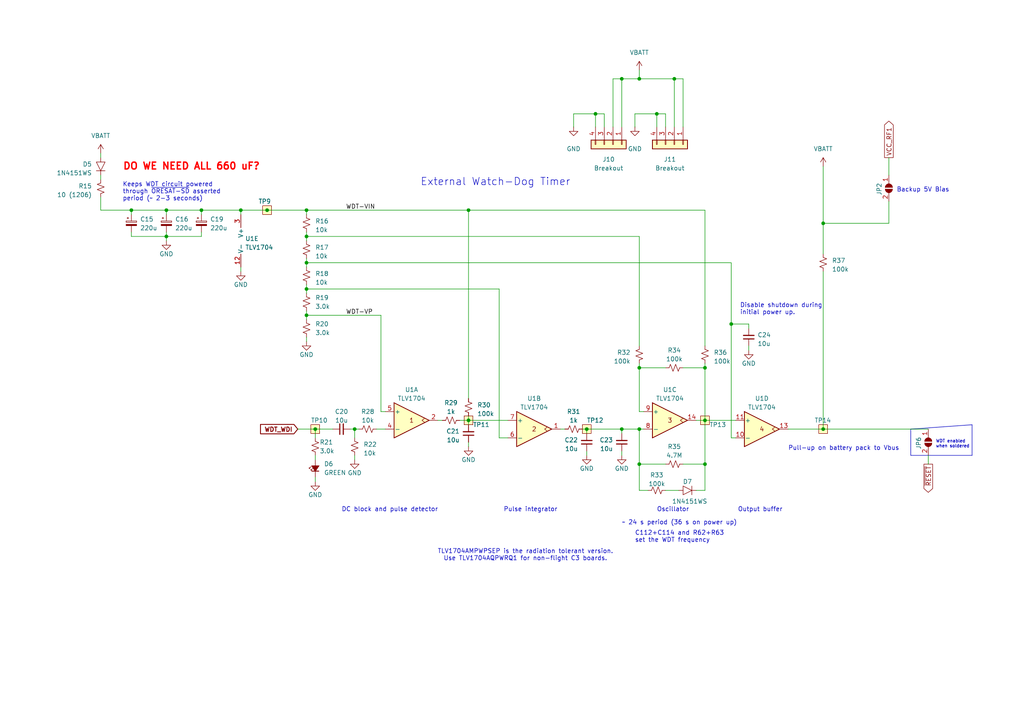
<source format=kicad_sch>
(kicad_sch (version 20231120) (generator "eeschema") (generator_version "8.0")
  (paper "A4")
  (lib_symbols
    (symbol "Connector_Generic:Conn_01x04" (pin_names (offset 1.016) hide)
      (property "Reference" "J" (at 0 5.08 0))
      (property "Value" "Conn_01x04" (at 0 -7.62 0))
      (symbol "Conn_01x04_1_1"
        (pin passive line (at -5.08 2.54 0) (length 3.81) (name "Pin_1") (number "1"))
        (pin passive line (at -5.08 0 0) (length 3.81) (name "Pin_2") (number "2"))
        (pin passive line (at -5.08 -2.54 0) (length 3.81) (name "Pin_3") (number "3"))
        (pin passive line (at -5.08 -5.08 0) (length 3.81) (name "Pin_4") (number "4"))
      )
    )
    (symbol "Device:C_Polarized_Small" (pin_numbers hide) (pin_names (offset 0.254) hide)
      (property "Reference" "C" (at 0.254 1.778 0))
      (property "Value" "C_Polarized_Small" (at 0.254 -2.032 0))
      (symbol "C_Polarized_Small_1_1"
        (pin passive line (at 0 2.54 270) (length 1.8542) (name "~") (number "1"))
        (pin passive line (at 0 -2.54 90) (length 1.8542) (name "~") (number "2"))
      )
    )
    (symbol "Device:C_Small" (pin_numbers hide) (pin_names (offset 0.254) hide)
      (property "Reference" "C" (at 0.254 1.778 0))
      (property "Value" "C_Small" (at 0.254 -2.032 0))
      (symbol "C_Small_1_1"
        (pin passive line (at 0 2.54 270) (length 2.032) (name "~") (number "1"))
        (pin passive line (at 0 -2.54 90) (length 2.032) (name "~") (number "2"))
      )
    )
    (symbol "Device:LED_Small_Filled" (pin_numbers hide) (pin_names (offset 0.254) hide)
      (property "Reference" "D" (at -1.27 3.175 0))
      (property "Value" "LED_Small_Filled" (at -4.445 -2.54 0))
      (symbol "LED_Small_Filled_1_1"
        (pin passive line (at -2.54 0 0) (length 1.778) (name "K") (number "1"))
        (pin passive line (at 2.54 0 180) (length 1.778) (name "A") (number "2"))
      )
    )
    (symbol "Device:R_Small_US" (pin_numbers hide) (pin_names (offset 0.254) hide)
      (property "Reference" "R" (at 0.762 0.508 0))
      (property "Value" "R_Small_US" (at 0.762 -1.016 0))
      (symbol "R_Small_US_1_1"
        (pin passive line (at 0 2.54 270) (length 1.016) (name "~") (number "1"))
        (pin passive line (at 0 -2.54 90) (length 1.016) (name "~") (number "2"))
      )
    )
    (symbol "GND_1" (power) (pin_numbers hide) (pin_names (offset 0) hide)
      (property "Value" "GND" (at 0 -3.81 0))
      (symbol "GND_1_1_1"
        (pin power_in line (at 0 0 270) (length 0) (name "~") (number "1"))
      )
    )
    (symbol "Jumper:SolderJumper_2_Open" (pin_names (offset 0) hide)
      (property "Reference" "JP" (at 0 2.032 0))
      (property "Value" "SolderJumper_2_Open" (at 0 -2.54 0))
      (symbol "SolderJumper_2_Open_1_1"
        (pin passive line (at -3.81 0 0) (length 2.54) (name "A") (number "1"))
        (pin passive line (at 3.81 0 180) (length 2.54) (name "B") (number "2"))
      )
    )
    (symbol "TLV1704AIPWR_1" (pin_names (offset 0.127))
      (property "Reference" "U" (at 0 5.08 0))
      (property "Value" "TLV1704AIPWR" (at 0 -5.08 0))
      (symbol "TLV1704AIPWR_1_1_1"
        (text "1" (at 0 0 0) (effects (font (size 1.27 1.27))))
        (pin open_collector line (at 7.62 0 180) (length 2.54) (name "~") (number "2"))
        (pin input line (at -7.62 -2.54 0) (length 2.54) (name "-") (number "4"))
        (pin input line (at -7.62 2.54 0) (length 2.54) (name "+") (number "5"))
      )
      (symbol "TLV1704AIPWR_1_2_1"
        (text "2" (at 0 0 0) (effects (font (size 1.27 1.27))))
        (pin open_collector line (at 7.62 0 180) (length 2.54) (name "~") (number "1"))
        (pin input line (at -7.62 -2.54 0) (length 2.54) (name "-") (number "6"))
        (pin input line (at -7.62 2.54 0) (length 2.54) (name "+") (number "7"))
      )
      (symbol "TLV1704AIPWR_1_3_1"
        (text "3" (at 0 0 0) (effects (font (size 1.27 1.27))))
        (pin open_collector line (at 7.62 0 180) (length 2.54) (name "~") (number "14"))
        (pin input line (at -7.62 -2.54 0) (length 2.54) (name "-") (number "8"))
        (pin input line (at -7.62 2.54 0) (length 2.54) (name "+") (number "9"))
      )
      (symbol "TLV1704AIPWR_1_4_1"
        (text "4" (at 0 0 0) (effects (font (size 1.27 1.27))))
        (pin input line (at -7.62 -2.54 0) (length 2.54) (name "-") (number "10"))
        (pin input line (at -7.62 2.54 0) (length 2.54) (name "+") (number "11"))
        (pin open_collector line (at 7.62 0 180) (length 2.54) (name "~") (number "13"))
      )
      (symbol "TLV1704AIPWR_1_5_1"
        (pin power_in line (at -2.54 -7.62 90) (length 3.81) (name "V-") (number "12"))
        (pin power_in line (at -2.54 7.62 270) (length 3.81) (name "V+") (number "3"))
      )
    )
    (symbol "TLV1704AIPWR_2" (pin_names (offset 0.127))
      (property "Reference" "U" (at 0 5.08 0))
      (property "Value" "TLV1704AIPWR" (at 0 -5.08 0))
      (symbol "TLV1704AIPWR_2_1_1"
        (text "1" (at 0 0 0) (effects (font (size 1.27 1.27))))
        (pin open_collector line (at 7.62 0 180) (length 2.54) (name "~") (number "2"))
        (pin input line (at -7.62 -2.54 0) (length 2.54) (name "-") (number "4"))
        (pin input line (at -7.62 2.54 0) (length 2.54) (name "+") (number "5"))
      )
      (symbol "TLV1704AIPWR_2_2_1"
        (text "2" (at 0 0 0) (effects (font (size 1.27 1.27))))
        (pin open_collector line (at 7.62 0 180) (length 2.54) (name "~") (number "1"))
        (pin input line (at -7.62 -2.54 0) (length 2.54) (name "-") (number "6"))
        (pin input line (at -7.62 2.54 0) (length 2.54) (name "+") (number "7"))
      )
      (symbol "TLV1704AIPWR_2_3_1"
        (text "3" (at 0 0 0) (effects (font (size 1.27 1.27))))
        (pin open_collector line (at 7.62 0 180) (length 2.54) (name "~") (number "14"))
        (pin input line (at -7.62 -2.54 0) (length 2.54) (name "-") (number "8"))
        (pin input line (at -7.62 2.54 0) (length 2.54) (name "+") (number "9"))
      )
      (symbol "TLV1704AIPWR_2_4_1"
        (text "4" (at 0 0 0) (effects (font (size 1.27 1.27))))
        (pin input line (at -7.62 -2.54 0) (length 2.54) (name "-") (number "10"))
        (pin input line (at -7.62 2.54 0) (length 2.54) (name "+") (number "11"))
        (pin open_collector line (at 7.62 0 180) (length 2.54) (name "~") (number "13"))
      )
      (symbol "TLV1704AIPWR_2_5_1"
        (pin power_in line (at -2.54 -7.62 90) (length 3.81) (name "V-") (number "12"))
        (pin power_in line (at -2.54 7.62 270) (length 3.81) (name "V+") (number "3"))
      )
    )
    (symbol "TLV1704AIPWR_3" (pin_names (offset 0.127))
      (property "Reference" "U" (at 0 5.08 0))
      (property "Value" "TLV1704AIPWR" (at 0 -5.08 0))
      (symbol "TLV1704AIPWR_3_1_1"
        (text "1" (at 0 0 0) (effects (font (size 1.27 1.27))))
        (pin open_collector line (at 7.62 0 180) (length 2.54) (name "~") (number "2"))
        (pin input line (at -7.62 -2.54 0) (length 2.54) (name "-") (number "4"))
        (pin input line (at -7.62 2.54 0) (length 2.54) (name "+") (number "5"))
      )
      (symbol "TLV1704AIPWR_3_2_1"
        (text "2" (at 0 0 0) (effects (font (size 1.27 1.27))))
        (pin open_collector line (at 7.62 0 180) (length 2.54) (name "~") (number "1"))
        (pin input line (at -7.62 -2.54 0) (length 2.54) (name "-") (number "6"))
        (pin input line (at -7.62 2.54 0) (length 2.54) (name "+") (number "7"))
      )
      (symbol "TLV1704AIPWR_3_3_1"
        (text "3" (at 0 0 0) (effects (font (size 1.27 1.27))))
        (pin open_collector line (at 7.62 0 180) (length 2.54) (name "~") (number "14"))
        (pin input line (at -7.62 -2.54 0) (length 2.54) (name "-") (number "8"))
        (pin input line (at -7.62 2.54 0) (length 2.54) (name "+") (number "9"))
      )
      (symbol "TLV1704AIPWR_3_4_1"
        (text "4" (at 0 0 0) (effects (font (size 1.27 1.27))))
        (pin input line (at -7.62 -2.54 0) (length 2.54) (name "-") (number "10"))
        (pin input line (at -7.62 2.54 0) (length 2.54) (name "+") (number "11"))
        (pin open_collector line (at 7.62 0 180) (length 2.54) (name "~") (number "13"))
      )
      (symbol "TLV1704AIPWR_3_5_1"
        (pin power_in line (at -2.54 -7.62 90) (length 3.81) (name "V-") (number "12"))
        (pin power_in line (at -2.54 7.62 270) (length 3.81) (name "V+") (number "3"))
      )
    )
    (symbol "TLV1704AIPWR_4" (pin_names (offset 0.127))
      (property "Reference" "U" (at 0 5.08 0))
      (property "Value" "TLV1704AIPWR" (at 0 -5.08 0))
      (symbol "TLV1704AIPWR_4_1_1"
        (text "1" (at 0 0 0) (effects (font (size 1.27 1.27))))
        (pin open_collector line (at 7.62 0 180) (length 2.54) (name "~") (number "2"))
        (pin input line (at -7.62 -2.54 0) (length 2.54) (name "-") (number "4"))
        (pin input line (at -7.62 2.54 0) (length 2.54) (name "+") (number "5"))
      )
      (symbol "TLV1704AIPWR_4_2_1"
        (text "2" (at 0 0 0) (effects (font (size 1.27 1.27))))
        (pin open_collector line (at 7.62 0 180) (length 2.54) (name "~") (number "1"))
        (pin input line (at -7.62 -2.54 0) (length 2.54) (name "-") (number "6"))
        (pin input line (at -7.62 2.54 0) (length 2.54) (name "+") (number "7"))
      )
      (symbol "TLV1704AIPWR_4_3_1"
        (text "3" (at 0 0 0) (effects (font (size 1.27 1.27))))
        (pin open_collector line (at 7.62 0 180) (length 2.54) (name "~") (number "14"))
        (pin input line (at -7.62 -2.54 0) (length 2.54) (name "-") (number "8"))
        (pin input line (at -7.62 2.54 0) (length 2.54) (name "+") (number "9"))
      )
      (symbol "TLV1704AIPWR_4_4_1"
        (text "4" (at 0 0 0) (effects (font (size 1.27 1.27))))
        (pin input line (at -7.62 -2.54 0) (length 2.54) (name "-") (number "10"))
        (pin input line (at -7.62 2.54 0) (length 2.54) (name "+") (number "11"))
        (pin open_collector line (at 7.62 0 180) (length 2.54) (name "~") (number "13"))
      )
      (symbol "TLV1704AIPWR_4_5_1"
        (pin power_in line (at -2.54 -7.62 90) (length 3.81) (name "V-") (number "12"))
        (pin power_in line (at -2.54 7.62 270) (length 3.81) (name "V+") (number "3"))
      )
    )
    (symbol "oresat-diodes:1N4151WS-HE3" (pin_numbers hide) (pin_names (offset 0) hide)
      (property "Reference" "D" (at 0 2.54 0))
      (property "Value" "1N4151WS" (at 0 -2.54 0))
      (symbol "1N4151WS-HE3_1_1"
        (pin passive line (at 2.54 0 180) (length 1.27) (name "1") (number "1"))
        (pin passive line (at -2.54 0 0) (length 1.27) (name "2") (number "2"))
      )
    )
    (symbol "oresat-ics:TLV1704AIPWR" (pin_names (offset 0.127))
      (property "Reference" "U" (at 0 5.08 0))
      (property "Value" "TLV1704AIPWR" (at 0 -5.08 0))
      (symbol "TLV1704AIPWR_1_1"
        (text "1" (at 0 0 0) (effects (font (size 1.27 1.27))))
        (pin open_collector line (at 7.62 0 180) (length 2.54) (name "~") (number "2"))
        (pin input line (at -7.62 -2.54 0) (length 2.54) (name "-") (number "4"))
        (pin input line (at -7.62 2.54 0) (length 2.54) (name "+") (number "5"))
      )
      (symbol "TLV1704AIPWR_2_1"
        (text "2" (at 0 0 0) (effects (font (size 1.27 1.27))))
        (pin open_collector line (at 7.62 0 180) (length 2.54) (name "~") (number "1"))
        (pin input line (at -7.62 -2.54 0) (length 2.54) (name "-") (number "6"))
        (pin input line (at -7.62 2.54 0) (length 2.54) (name "+") (number "7"))
      )
      (symbol "TLV1704AIPWR_3_1"
        (text "3" (at 0 0 0) (effects (font (size 1.27 1.27))))
        (pin open_collector line (at 7.62 0 180) (length 2.54) (name "~") (number "14"))
        (pin input line (at -7.62 -2.54 0) (length 2.54) (name "-") (number "8"))
        (pin input line (at -7.62 2.54 0) (length 2.54) (name "+") (number "9"))
      )
      (symbol "TLV1704AIPWR_4_1"
        (text "4" (at 0 0 0) (effects (font (size 1.27 1.27))))
        (pin input line (at -7.62 -2.54 0) (length 2.54) (name "-") (number "10"))
        (pin input line (at -7.62 2.54 0) (length 2.54) (name "+") (number "11"))
        (pin open_collector line (at 7.62 0 180) (length 2.54) (name "~") (number "13"))
      )
      (symbol "TLV1704AIPWR_5_1"
        (pin power_in line (at -2.54 -7.62 90) (length 3.81) (name "V-") (number "12"))
        (pin power_in line (at -2.54 7.62 270) (length 3.81) (name "V+") (number "3"))
      )
    )
    (symbol "oresat-misc:Test-Point-0.75mm-th" (exclude_from_sim yes) (in_bom no)
      (property "Reference" "TP" (at 0 2.54 0))
      (symbol "Test-Point-0.75mm-th_1_0"
        (pin passive line (at 0 0 0) (length 0) (name "1") (number "1"))
      )
    )
    (symbol "power:GND" (power) (pin_names (offset 0))
      (property "Value" "GND" (at 0 -3.81 0))
      (symbol "GND_1_1"
        (pin power_in line (at 0 0 270) (length 0) hide (name "GND") (number "1"))
      )
    )
    (symbol "power:VBUS" (power) (pin_numbers hide) (pin_names (offset 0) hide)
      (property "Value" "VBUS" (at 0 3.556 0))
      (symbol "VBUS_1_1"
        (pin power_in line (at 0 0 90) (length 0) (name "~") (number "1"))
      )
    )
  )
  (junction (at 48.26 68.58))
  (junction (at 88.9 60.96))
  (junction (at 185.42 134.62))
  (junction (at 48.26 60.96))
  (junction (at 102.87 124.46))
  (junction (at 185.42 22.86))
  (junction (at 204.47 121.92))
  (junction (at 238.76 64.77))
  (junction (at 185.42 124.46))
  (junction (at 88.9 91.44))
  (junction (at 185.42 106.68))
  (junction (at 38.1 60.96))
  (junction (at 77.47 60.96))
  (junction (at 88.9 76.2))
  (junction (at 88.9 68.58))
  (junction (at 180.34 22.86))
  (junction (at 58.42 60.96))
  (junction (at 135.89 60.96))
  (junction (at 204.47 106.68))
  (junction (at 195.58 22.86))
  (junction (at 135.89 121.92))
  (junction (at 204.47 134.62))
  (junction (at 88.9 83.82))
  (junction (at 91.44 124.46))
  (junction (at 69.85 60.96))
  (junction (at 190.5 33.02))
  (junction (at 238.76 124.46))
  (junction (at 212.09 93.98))
  (junction (at 172.72 33.02))
  (junction (at 170.18 124.46))
  (junction (at 180.34 124.46))
  (wire (pts (xy 184.15 33.02) (xy 184.15 36.83)))
  (wire (pts (xy 180.34 125.73) (xy 180.34 124.46)))
  (wire (pts (xy 238.76 78.74) (xy 238.76 124.46)))
  (wire (pts (xy 185.42 105.41) (xy 185.42 106.68)))
  (wire (pts (xy 217.17 101.6) (xy 217.17 100.33)))
  (wire (pts (xy 238.76 64.77) (xy 238.76 73.66)))
  (wire (pts (xy 135.89 121.92) (xy 135.89 123.19)))
  (wire (pts (xy 198.12 106.68) (xy 204.47 106.68)))
  (wire (pts (xy 212.09 93.98) (xy 212.09 127)))
  (wire (pts (xy 91.44 127) (xy 91.44 124.46)))
  (wire (pts (xy 190.5 33.02) (xy 193.04 33.02)))
  (wire (pts (xy 193.04 33.02) (xy 193.04 36.83)))
  (wire (pts (xy 48.26 68.58) (xy 48.26 69.85)))
  (wire (pts (xy 190.5 33.02) (xy 184.15 33.02)))
  (wire (pts (xy 58.42 67.31) (xy 58.42 68.58)))
  (wire (pts (xy 185.42 124.46) (xy 186.69 124.46)))
  (wire (pts (xy 204.47 105.41) (xy 204.47 106.68)))
  (wire (pts (xy 48.26 68.58) (xy 38.1 68.58)))
  (wire (pts (xy 144.78 127) (xy 147.32 127)))
  (wire (pts (xy 186.69 119.38) (xy 185.42 119.38)))
  (wire (pts (xy 198.12 36.83) (xy 198.12 22.86)))
  (wire (pts (xy 102.87 132.08) (xy 102.87 133.35)))
  (wire (pts (xy 38.1 67.31) (xy 38.1 68.58)))
  (wire (pts (xy 88.9 97.79) (xy 88.9 99.06)))
  (wire (pts (xy 88.9 83.82) (xy 144.78 83.82)))
  (polyline (pts (xy 281.94 123.19) (xy 281.94 132.08)))
  (wire (pts (xy 88.9 90.17) (xy 88.9 91.44)))
  (wire (pts (xy 162.56 124.46) (xy 163.83 124.46)))
  (wire (pts (xy 133.35 121.92) (xy 135.89 121.92)))
  (wire (pts (xy 88.9 83.82) (xy 88.9 85.09)))
  (wire (pts (xy 172.72 36.83) (xy 172.72 33.02)))
  (wire (pts (xy 204.47 100.33) (xy 204.47 60.96)))
  (polyline (pts (xy 264.16 124.46) (xy 281.94 123.19)))
  (wire (pts (xy 48.26 68.58) (xy 58.42 68.58)))
  (wire (pts (xy 257.81 58.42) (xy 257.81 64.77)))
  (wire (pts (xy 168.91 124.46) (xy 170.18 124.46)))
  (wire (pts (xy 238.76 124.46) (xy 269.24 124.46)))
  (wire (pts (xy 135.89 60.96) (xy 204.47 60.96)))
  (wire (pts (xy 204.47 134.62) (xy 204.47 121.92)))
  (wire (pts (xy 170.18 124.46) (xy 170.18 125.73)))
  (wire (pts (xy 217.17 95.25) (xy 217.17 93.98)))
  (wire (pts (xy 177.8 22.86) (xy 180.34 22.86)))
  (wire (pts (xy 269.24 132.08) (xy 269.24 134.62)))
  (wire (pts (xy 204.47 106.68) (xy 204.47 121.92)))
  (wire (pts (xy 185.42 142.24) (xy 187.96 142.24)))
  (wire (pts (xy 38.1 60.96) (xy 48.26 60.96)))
  (wire (pts (xy 180.34 22.86) (xy 180.34 36.83)))
  (wire (pts (xy 135.89 129.54) (xy 135.89 128.27)))
  (wire (pts (xy 91.44 132.08) (xy 91.44 133.35)))
  (wire (pts (xy 110.49 91.44) (xy 110.49 119.38)))
  (wire (pts (xy 88.9 76.2) (xy 212.09 76.2)))
  (wire (pts (xy 135.89 60.96) (xy 88.9 60.96)))
  (wire (pts (xy 135.89 121.92) (xy 147.32 121.92)))
  (wire (pts (xy 193.04 134.62) (xy 185.42 134.62)))
  (wire (pts (xy 102.87 124.46) (xy 104.14 124.46)))
  (wire (pts (xy 166.37 33.02) (xy 166.37 36.83)))
  (wire (pts (xy 88.9 91.44) (xy 88.9 92.71)))
  (wire (pts (xy 86.36 124.46) (xy 91.44 124.46)))
  (wire (pts (xy 88.9 74.93) (xy 88.9 76.2)))
  (wire (pts (xy 190.5 36.83) (xy 190.5 33.02)))
  (wire (pts (xy 185.42 119.38) (xy 185.42 106.68)))
  (wire (pts (xy 238.76 48.26) (xy 238.76 64.77)))
  (wire (pts (xy 69.85 78.74) (xy 69.85 77.47)))
  (wire (pts (xy 257.81 64.77) (xy 238.76 64.77)))
  (wire (pts (xy 175.26 33.02) (xy 175.26 36.83)))
  (wire (pts (xy 185.42 22.86) (xy 185.42 20.32)))
  (wire (pts (xy 204.47 142.24) (xy 204.47 134.62)))
  (wire (pts (xy 88.9 91.44) (xy 110.49 91.44)))
  (wire (pts (xy 185.42 134.62) (xy 185.42 124.46)))
  (wire (pts (xy 127 121.92) (xy 128.27 121.92)))
  (wire (pts (xy 88.9 68.58) (xy 185.42 68.58)))
  (wire (pts (xy 170.18 124.46) (xy 180.34 124.46)))
  (wire (pts (xy 172.72 33.02) (xy 166.37 33.02)))
  (wire (pts (xy 198.12 134.62) (xy 204.47 134.62)))
  (wire (pts (xy 110.49 119.38) (xy 111.76 119.38)))
  (wire (pts (xy 212.09 127) (xy 213.36 127)))
  (wire (pts (xy 88.9 67.31) (xy 88.9 68.58)))
  (wire (pts (xy 101.6 124.46) (xy 102.87 124.46)))
  (wire (pts (xy 257.81 45.72) (xy 257.81 50.8)))
  (wire (pts (xy 180.34 22.86) (xy 185.42 22.86)))
  (wire (pts (xy 185.42 142.24) (xy 185.42 134.62)))
  (wire (pts (xy 195.58 22.86) (xy 185.42 22.86)))
  (wire (pts (xy 204.47 121.92) (xy 213.36 121.92)))
  (wire (pts (xy 193.04 142.24) (xy 196.85 142.24)))
  (wire (pts (xy 69.85 60.96) (xy 77.47 60.96)))
  (wire (pts (xy 185.42 100.33) (xy 185.42 68.58)))
  (wire (pts (xy 48.26 60.96) (xy 58.42 60.96)))
  (polyline (pts (xy 281.94 132.08) (xy 264.16 132.08)))
  (wire (pts (xy 212.09 93.98) (xy 217.17 93.98)))
  (polyline (pts (xy 264.16 132.08) (xy 264.16 124.46)))
  (wire (pts (xy 172.72 33.02) (xy 175.26 33.02)))
  (wire (pts (xy 88.9 82.55) (xy 88.9 83.82)))
  (wire (pts (xy 29.21 57.15) (xy 29.21 60.96)))
  (wire (pts (xy 77.47 60.96) (xy 88.9 60.96)))
  (wire (pts (xy 228.6 124.46) (xy 238.76 124.46)))
  (wire (pts (xy 180.34 124.46) (xy 185.42 124.46)))
  (wire (pts (xy 212.09 76.2) (xy 212.09 93.98)))
  (wire (pts (xy 88.9 76.2) (xy 88.9 77.47)))
  (wire (pts (xy 177.8 36.83) (xy 177.8 22.86)))
  (wire (pts (xy 198.12 22.86) (xy 195.58 22.86)))
  (wire (pts (xy 69.85 62.23) (xy 69.85 60.96)))
  (wire (pts (xy 170.18 132.08) (xy 170.18 130.81)))
  (wire (pts (xy 195.58 36.83) (xy 195.58 22.86)))
  (wire (pts (xy 88.9 62.23) (xy 88.9 60.96)))
  (wire (pts (xy 48.26 60.96) (xy 48.26 62.23)))
  (wire (pts (xy 180.34 132.08) (xy 180.34 130.81)))
  (wire (pts (xy 135.89 121.92) (xy 135.89 120.65)))
  (wire (pts (xy 91.44 139.7) (xy 91.44 138.43)))
  (wire (pts (xy 135.89 60.96) (xy 135.89 115.57)))
  (wire (pts (xy 48.26 67.31) (xy 48.26 68.58)))
  (wire (pts (xy 88.9 68.58) (xy 88.9 69.85)))
  (wire (pts (xy 185.42 106.68) (xy 193.04 106.68)))
  (wire (pts (xy 29.21 44.45) (xy 29.21 45.72)))
  (wire (pts (xy 58.42 62.23) (xy 58.42 60.96)))
  (wire (pts (xy 201.93 142.24) (xy 204.47 142.24)))
  (wire (pts (xy 38.1 60.96) (xy 38.1 62.23)))
  (wire (pts (xy 102.87 124.46) (xy 102.87 127)))
  (wire (pts (xy 201.93 121.92) (xy 204.47 121.92)))
  (wire (pts (xy 91.44 124.46) (xy 96.52 124.46)))
  (wire (pts (xy 109.22 124.46) (xy 111.76 124.46)))
  (wire (pts (xy 144.78 83.82) (xy 144.78 127)))
  (wire (pts (xy 29.21 50.8) (xy 29.21 52.07)))
  (wire (pts (xy 29.21 60.96) (xy 38.1 60.96)))
  (wire (pts (xy 58.42 60.96) (xy 69.85 60.96)))
  (text "Pull-up on battery pack to Vbus" (at 228.6 130.81 0) (effects (font (size 1.27 1.27)) (justify left bottom)))
  (text "Pulse integrator" (at 146.05 148.59 0) (effects (font (size 1.27 1.27)) (justify left bottom)))
  (text "Disable shutdown during\ninitial power up." (at 214.63 91.44 0) (effects (font (size 1.27 1.27)) (justify left bottom)))
  (text "~ 24 s period (36 s on power up)" (at 180.34 152.4 0) (effects (font (size 1.27 1.27)) (justify left bottom)))
  (text "C112+C114 and R62+R63 \nset the WDT frequency" (at 184.15 157.48 0) (effects (font (size 1.27 1.27)) (justify left bottom)))
  (text "TLV1704AMPWPSEP is the radiation tolerant version.\nUse TLV1704AQPWRQ1 for non-flight C3 boards." (at 152.4 161.036 0) (effects (font (size 1.27 1.27))))
  (text "DC block and pulse detector" (at 99.06 148.59 0) (effects (font (size 1.27 1.27)) (justify left bottom)))
  (text "Oscillator" (at 190.5 148.59 0) (effects (font (size 1.27 1.27)) (justify left bottom)))
  (text "Output buffer" (at 213.995 148.59 0) (effects (font (size 1.27 1.27)) (justify left bottom)))
  (text "DO WE NEED ALL 660 uF?" (at 35.56 49.53 0) (effects (font (size 2 2) (thickness 0.4) (bold yes)) (justify left bottom)))
  (text "WDT enabled\nwhen soldered" (at 271.399 130.048 0) (effects (font (size 0.889 0.889)) (justify left bottom)))
  (text "External Watch-Dog Timer" (at 121.92 54.102 0) (effects (font (size 2.159 2.159)) (justify left bottom)))
  (text "Backup 5V Bias" (at 267.716 55.118 0) (effects (font (size 1.27 1.27))))
  (text "Keeps WDT circuit powered\nthrough ~{ORESAT-SD} asserted\nperiod (~ 2-3 seconds)" (at 35.56 58.42 0) (effects (font (size 1.27 1.27)) (justify left bottom)))
  (label "WDT-VIN" (at 100.33 60.96 0))
  (label "WDT-VP" (at 100.33 91.44 0))
  (global_label "~{RESET}" (shape output) (at 269.24 134.62 270) (property "Intersheetrefs" "${INTERSHEET_REFS}" (effects (hide yes))))
  (global_label "VCC_RF1" (shape output) (at 257.81 45.72 90) (property "Intersheetrefs" "${INTERSHEET_REFS}" (effects (hide yes))))
  (global_label "WDT_WDI" (shape input) (at 86.36 124.46 180) (effects (font (thickness 0.254) (bold yes))) (property "Intersheetrefs" "${INTERSHEET_REFS}" (effects (hide yes))))
  (symbol (lib_id "power:VBUS") (at 29.21 44.45 0) (unit 1)
    (property "Reference" "#PWR013" (effects (hide yes)))
    (property "Value" "VBATT" (at 29.21 39.37 0))
    (property "Description" "Power symbol creates a global label with name \"VBUS\"" (effects (hide yes)))
  )
  (symbol (lib_id "oresat-ics:TLV1704AIPWR") (at 72.39 69.85 0) (unit 5)
    (property "Reference" "U1" (at 71.12 69.215 0) (effects (justify left)))
    (property "Value" "TLV1704" (at 71.12 71.755 0) (effects (justify left)))
    (property "Footprint" "Package_SO:TSSOP-14_4.4x5mm_P0.65mm" (effects (hide yes)))
    (property "Datasheet" "https://www.ti.com/lit/ds/symlink/tlv1704-sep.pdf" (effects (hide yes)))
    (property "Description" "Analog Comparators 2.2-V to 36-V, radiation tolerant microPower quad comparator in space enhanced plastic 14-TSSOP -55 to 125" (effects (hide yes)))
    (property "MFR" "Texas Instruments" (effects (hide yes)))
    (property "MPN" "TLV1704AQPWRQ1" (effects (hide yes)))
    (property "DST" "Digi-Key" (effects (hide yes)))
    (property "DPN" "296-43799-2-ND" (effects (hide yes)))
  )
  (symbol (lib_id "Connector_Generic:Conn_01x04") (at 177.8 41.91 270) (unit 1)
    (property "Reference" "J10" (at 176.53 46.228 90))
    (property "Value" "Breakout" (at 176.53 48.768 90))
    (property "Footprint" "Connector_PinHeader_2.54mm:PinHeader_1x04_P2.54mm_Vertical" (effects (hide yes)))
  )
  (symbol (lib_id "Connector_Generic:Conn_01x04") (at 195.58 41.91 270) (unit 1)
    (property "Reference" "J11" (at 194.31 46.228 90))
    (property "Value" "Breakout" (at 194.31 48.768 90))
    (property "Footprint" "FC_DEV_BOARD:JST_BM04B-SRSS-TB(LF)(SN)" (effects (hide yes)))
  )
  (symbol (lib_id "Device:C_Polarized_Small") (at 38.1 64.77 0) (unit 1)
    (property "Reference" "C15" (at 40.64 63.5889 0) (effects (justify left)))
    (property "Value" "220u" (at 40.64 66.1289 0) (effects (justify left)))
    (property "Footprint" "Capacitor_Tantalum_SMD:CP_EIA-7361-38_AVX-V" (effects (hide yes)))
    (property "Description" "220µF Molded Tantalum Capacitors 25V 2924 (7361 Metric) 100mOhm @ 100kHz" (effects (hide yes)))
    (property "DPN" "478-12518-2-ND" (effects (hide yes)))
    (property "DST" "Digi-Key" (effects (hide yes)))
    (property "MFR" "Kyocera AVX" (effects (hide yes)))
    (property "MPN" "TCN4227M025R0100" (effects (hide yes)))
  )
  (symbol (lib_id "power:GND") (at 217.17 101.6 0) (mirror y) (unit 1)
    (property "Reference" "#PWR087" (effects (hide yes)))
    (property "Value" "GND" (at 217.17 105.41 0))
    (property "Description" "Power symbol creates a global label with name \"GND\" , ground" (effects (hide yes)))
  )
  (symbol (lib_id "Device:R_Small_US") (at 91.44 129.54 0) (unit 1)
    (property "Reference" "R21" (at 92.71 128.27 0) (effects (justify left)))
    (property "Value" "3.0k" (at 92.71 130.81 0) (effects (justify left)))
    (property "Footprint" "Resistor_SMD:R_0603_1608Metric" (effects (hide yes)))
    (property "Description" "3 kOhms ±1% 0.1W, 1/10W Chip Resistor 0603 (1608 Metric) Automotive AEC-Q200 Thick Film" (effects (hide yes)))
    (property "DPN" "RMCF0603FT3K00CT-ND" (effects (hide yes)))
    (property "DST" "Digi-Key" (effects (hide yes)))
    (property "MFR" "Stackpole Electronics Inc" (effects (hide yes)))
    (property "MPN" "RMCF0603FT3K00" (effects (hide yes)))
  )
  (symbol (lib_id "Device:R_Small_US") (at 135.89 118.11 0) (unit 1)
    (property "Reference" "R30" (at 138.43 117.475 0) (effects (justify left)))
    (property "Value" "100k" (at 138.43 120.015 0) (effects (justify left)))
    (property "Footprint" "Resistor_SMD:R_0603_1608Metric" (effects (hide yes)))
    (property "Description" "100 kOhms ±5% 0.1W, 1/10W Chip Resistor 0603 (1608 Metric) Automotive AEC-Q200 Thick Film" (effects (hide yes)))
    (property "DPN" "RMCF0603FT100KCT-ND" (effects (hide yes)))
    (property "DST" "Digi-Key" (effects (hide yes)))
    (property "MFR" "Stackpole Electronics Inc" (effects (hide yes)))
    (property "MPN" "RMCF0603FT100K" (effects (hide yes)))
  )
  (symbol (lib_id "oresat-misc:Test-Point-0.75mm-th") (at 91.44 124.46 0) (unit 1) (exclude_from_sim yes) (in_bom no)
    (property "Reference" "TP10" (at 90.17 121.92 0) (effects (justify left)))
    (property "Value" "TestPoint-MinTH" (effects (hide yes)))
    (property "Footprint" "oresat-misc:TestPoint-0.75mm-th" (effects (hide yes)))
    (property "Description" "0.75 mm TH test point; good for scope probes and jumpers" (effects (hide yes)))
  )
  (symbol (lib_id "power:GND") (at 180.34 132.08 0) (mirror y) (unit 1)
    (property "Reference" "#PWR084" (effects (hide yes)))
    (property "Value" "GND" (at 180.34 135.89 0))
    (property "Description" "Power symbol creates a global label with name \"GND\" , ground" (effects (hide yes)))
  )
  (symbol (lib_name "TLV1704AIPWR_3") (lib_id "oresat-ics:TLV1704AIPWR") (at 220.98 124.46 0) (unit 4)
    (property "Reference" "U1" (at 220.98 115.57 0))
    (property "Value" "TLV1704" (at 220.98 118.11 0))
    (property "Footprint" "Package_SO:TSSOP-14_4.4x5mm_P0.65mm" (effects (hide yes)))
    (property "Datasheet" "https://www.ti.com/lit/ds/symlink/tlv1704-sep.pdf" (effects (hide yes)))
    (property "Description" "Analog Comparators 2.2-V to 36-V, radiation tolerant microPower quad comparator in space enhanced plastic 14-TSSOP -55 to 125" (effects (hide yes)))
    (property "MFR" "Texas Instruments" (effects (hide yes)))
    (property "MPN" "TLV1704AQPWRQ1" (effects (hide yes)))
    (property "DST" "Digi-Key" (effects (hide yes)))
    (property "DPN" "296-43799-2-ND" (effects (hide yes)))
  )
  (symbol (lib_id "Device:R_Small_US") (at 88.9 87.63 0) (unit 1)
    (property "Reference" "R19" (at 91.44 86.36 0) (effects (justify left)))
    (property "Value" "3.0k" (at 91.44 88.9 0) (effects (justify left)))
    (property "Footprint" "Resistor_SMD:R_0603_1608Metric" (effects (hide yes)))
    (property "Description" "3 kOhms ±1% 0.1W, 1/10W Chip Resistor 0603 (1608 Metric) Automotive AEC-Q200 Thick Film" (effects (hide yes)))
    (property "DPN" "RMCF0603FT3K00CT-ND" (effects (hide yes)))
    (property "DST" "Digi-Key" (effects (hide yes)))
    (property "MFR" "Stackpole Electronics Inc" (effects (hide yes)))
    (property "MPN" "RMCF0603FT3K00" (effects (hide yes)))
  )
  (symbol (lib_id "Device:R_Small_US") (at 88.9 72.39 0) (unit 1)
    (property "Reference" "R17" (at 91.44 71.755 0) (effects (justify left)))
    (property "Value" "10k" (at 91.44 74.295 0) (effects (justify left)))
    (property "Footprint" "Resistor_SMD:R_0603_1608Metric" (effects (hide yes)))
    (property "Description" "10 kOhms ±1% 0.1W, 1/10W Chip Resistor 0603 (1608 Metric) Automotive AEC-Q200 Thick Film" (effects (hide yes)))
    (property "DPN" "RMCF0603FT10K0CT-ND" (effects (hide yes)))
    (property "DST" "Digi-Key" (effects (hide yes)))
    (property "MFR" "Stackpole Electronics Inc" (effects (hide yes)))
    (property "MPN" "RMCF0603FT10K0" (effects (hide yes)))
  )
  (symbol (lib_id "Device:C_Small") (at 99.06 124.46 90) (unit 1)
    (property "Reference" "C20" (at 99.0663 119.38 90))
    (property "Value" "10u" (at 99.0663 121.92 90))
    (property "Footprint" "Capacitor_SMD:C_0603_1608Metric" (effects (hide yes)))
    (property "Description" "10 µF ±10% 16V Ceramic Capacitor X5R 0603 (1608 Metric)" (effects (hide yes)))
    (property "DPN" "490-12317-1-ND" (effects (hide yes)))
    (property "DST" "Digi-Key" (effects (hide yes)))
    (property "MFR" "Murata" (effects (hide yes)))
    (property "MPN" "GRT188R61C106KE13D" (effects (hide yes)))
  )
  (symbol (lib_id "power:GND") (at 48.26 69.85 0) (unit 1)
    (property "Reference" "#PWR016" (effects (hide yes)))
    (property "Value" "GND" (at 48.26 73.66 0))
    (property "Description" "Power symbol creates a global label with name \"GND\" , ground" (effects (hide yes)))
  )
  (symbol (lib_id "Device:R_Small_US") (at 102.87 129.54 0) (unit 1)
    (property "Reference" "R22" (at 105.41 128.905 0) (effects (justify left)))
    (property "Value" "10k" (at 105.41 131.445 0) (effects (justify left)))
    (property "Footprint" "Resistor_SMD:R_0603_1608Metric" (effects (hide yes)))
    (property "Description" "10 kOhms ±1% 0.1W, 1/10W Chip Resistor 0603 (1608 Metric) Automotive AEC-Q200 Thick Film" (effects (hide yes)))
    (property "DPN" "RMCF0603FT10K0CT-ND" (effects (hide yes)))
    (property "DST" "Digi-Key" (effects (hide yes)))
    (property "MFR" "Stackpole Electronics Inc" (effects (hide yes)))
    (property "MPN" "RMCF0603FT10K0" (effects (hide yes)))
  )
  (symbol (lib_id "Device:R_Small_US") (at 88.9 64.77 0) (unit 1)
    (property "Reference" "R16" (at 91.44 64.135 0) (effects (justify left)))
    (property "Value" "10k" (at 91.44 66.675 0) (effects (justify left)))
    (property "Footprint" "Resistor_SMD:R_0603_1608Metric" (effects (hide yes)))
    (property "Description" "10 kOhms ±1% 0.1W, 1/10W Chip Resistor 0603 (1608 Metric) Automotive AEC-Q200 Thick Film" (effects (hide yes)))
    (property "DPN" "RMCF0603FT10K0CT-ND" (effects (hide yes)))
    (property "DST" "Digi-Key" (effects (hide yes)))
    (property "MFR" "Stackpole Electronics Inc" (effects (hide yes)))
    (property "MPN" "RMCF0603FT10K0" (effects (hide yes)))
  )
  (symbol (lib_id "power:GND") (at 69.85 78.74 0) (mirror y) (unit 1)
    (property "Reference" "#PWR045" (effects (hide yes)))
    (property "Value" "GND" (at 69.85 82.55 0))
    (property "Description" "Power symbol creates a global label with name \"GND\" , ground" (effects (hide yes)))
  )
  (symbol (lib_id "Device:R_Small_US") (at 195.58 134.62 270) (unit 1)
    (property "Reference" "R35" (at 195.58 129.54 90))
    (property "Value" "4.7M" (at 195.58 132.08 90))
    (property "Footprint" "Resistor_SMD:R_0603_1608Metric" (effects (hide yes)))
    (property "Description" "4.7 MOhms ±1% 0.1W, 1/10W Chip Resistor 0603 (1608 Metric) Automotive AEC-Q200 Thick Film" (effects (hide yes)))
    (property "DPN" "RMCF0603FT4M70CT-ND" (effects (hide yes)))
    (property "DST" "Digi-Key" (effects (hide yes)))
    (property "MFR" "Stackpole Electronics Inc" (effects (hide yes)))
    (property "MPN" "RMCF0603FT4M70" (effects (hide yes)))
  )
  (symbol (lib_id "oresat-misc:Test-Point-0.75mm-th") (at 77.47 60.96 0) (unit 1) (exclude_from_sim yes) (in_bom no)
    (property "Reference" "TP9" (at 74.93 58.42 0) (effects (justify left)))
    (property "Value" "TestPoint-MinTH" (effects (hide yes)))
    (property "Footprint" "oresat-misc:TestPoint-0.75mm-th" (effects (hide yes)))
    (property "Description" "0.75 mm TH test point; good for scope probes and jumpers" (effects (hide yes)))
  )
  (symbol (lib_id "power:GND") (at 170.18 132.08 0) (mirror y) (unit 1)
    (property "Reference" "#PWR083" (effects (hide yes)))
    (property "Value" "GND" (at 170.18 135.89 0))
    (property "Description" "Power symbol creates a global label with name \"GND\" , ground" (effects (hide yes)))
  )
  (symbol (lib_id "Device:R_Small_US") (at 88.9 80.01 0) (unit 1)
    (property "Reference" "R18" (at 91.44 79.375 0) (effects (justify left)))
    (property "Value" "10k" (at 91.44 81.915 0) (effects (justify left)))
    (property "Footprint" "Resistor_SMD:R_0603_1608Metric" (effects (hide yes)))
    (property "Description" "10 kOhms ±1% 0.1W, 1/10W Chip Resistor 0603 (1608 Metric) Automotive AEC-Q200 Thick Film" (effects (hide yes)))
    (property "DPN" "RMCF0603FT10K0CT-ND" (effects (hide yes)))
    (property "DST" "Digi-Key" (effects (hide yes)))
    (property "MFR" "Stackpole Electronics Inc" (effects (hide yes)))
    (property "MPN" "RMCF0603FT10K0" (effects (hide yes)))
  )
  (symbol (lib_name "TLV1704AIPWR_4") (lib_id "oresat-ics:TLV1704AIPWR") (at 154.94 124.46 0) (unit 2)
    (property "Reference" "U1" (at 154.94 115.57 0))
    (property "Value" "TLV1704" (at 154.94 118.11 0))
    (property "Footprint" "Package_SO:TSSOP-14_4.4x5mm_P0.65mm" (effects (hide yes)))
    (property "Datasheet" "https://www.ti.com/lit/ds/symlink/tlv1704-sep.pdf" (effects (hide yes)))
    (property "Description" "Analog Comparators 2.2-V to 36-V, radiation tolerant microPower quad comparator in space enhanced plastic 14-TSSOP -55 to 125" (effects (hide yes)))
    (property "MFR" "Texas Instruments" (effects (hide yes)))
    (property "MPN" "TLV1704AQPWRQ1" (effects (hide yes)))
    (property "DST" "Digi-Key" (effects (hide yes)))
    (property "DPN" "296-43799-2-ND" (effects (hide yes)))
  )
  (symbol (lib_id "Device:R_Small_US") (at 88.9 95.25 0) (unit 1)
    (property "Reference" "R20" (at 91.44 93.98 0) (effects (justify left)))
    (property "Value" "3.0k" (at 91.44 96.52 0) (effects (justify left)))
    (property "Footprint" "Resistor_SMD:R_0603_1608Metric" (effects (hide yes)))
    (property "Description" "3 kOhms ±1% 0.1W, 1/10W Chip Resistor 0603 (1608 Metric) Automotive AEC-Q200 Thick Film" (effects (hide yes)))
    (property "DPN" "RMCF0603FT3K00CT-ND" (effects (hide yes)))
    (property "DST" "Digi-Key" (effects (hide yes)))
    (property "MFR" "Stackpole Electronics Inc" (effects (hide yes)))
    (property "MPN" "RMCF0603FT3K00" (effects (hide yes)))
  )
  (symbol (lib_id "Device:R_Small_US") (at 190.5 142.24 270) (unit 1)
    (property "Reference" "R33" (at 190.5 137.795 90))
    (property "Value" "100k" (at 190.5 140.335 90))
    (property "Footprint" "Resistor_SMD:R_0603_1608Metric" (effects (hide yes)))
    (property "Description" "100 kOhms ±5% 0.1W, 1/10W Chip Resistor 0603 (1608 Metric) Automotive AEC-Q200 Thick Film" (effects (hide yes)))
    (property "DPN" "RMCF0603FT100KCT-ND" (effects (hide yes)))
    (property "DST" "Digi-Key" (effects (hide yes)))
    (property "MFR" "Stackpole Electronics Inc" (effects (hide yes)))
    (property "MPN" "RMCF0603FT100K" (effects (hide yes)))
  )
  (symbol (lib_id "Device:C_Small") (at 180.34 128.27 0) (mirror x) (unit 1)
    (property "Reference" "C23" (at 177.8 127.6286 0) (effects (justify right)))
    (property "Value" "10u" (at 177.8 130.1686 0) (effects (justify right)))
    (property "Footprint" "Capacitor_SMD:C_0603_1608Metric" (effects (hide yes)))
    (property "Description" "10 µF ±10% 16V Ceramic Capacitor X5R 0603 (1608 Metric)" (effects (hide yes)))
    (property "DPN" "490-12317-1-ND" (effects (hide yes)))
    (property "DST" "Digi-Key" (effects (hide yes)))
    (property "MFR" "Murata" (effects (hide yes)))
    (property "MPN" "GRT188R61C106KE13D" (effects (hide yes)))
  )
  (symbol (lib_id "oresat-diodes:1N4151WS-HE3") (at 199.39 142.24 0) (unit 1)
    (property "Reference" "D7" (at 199.39 139.7 0))
    (property "Value" "1N4151WS" (at 200.025 145.415 0))
    (property "Footprint" "Diode_SMD:D_SOD-323" (effects (hide yes)))
    (property "Datasheet" "https://www.vishay.com/docs/85847/1n4151ws.pdf" (effects (hide yes)))
    (property "Description" "Diode Standard 50V 150mA Surface Mount SOD-323" (effects (hide yes)))
    (property "DPN" "112-1N4151WS-E3-08CT-ND" (effects (hide yes)))
    (property "DST" "Digi-Key" (effects (hide yes)))
    (property "MFR" "Vishay" (effects (hide yes)))
    (property "MPN" "1N4151WS-E3-08" (effects (hide yes)))
  )
  (symbol (lib_id "Device:LED_Small_Filled") (at 91.44 135.89 90) (unit 1)
    (property "Reference" "D6" (at 93.98 134.5565 90) (effects (justify right)))
    (property "Value" "GREEN" (at 93.98 137.0965 90) (effects (justify right)))
    (property "Footprint" "LED_SMD:LED_0603_1608Metric" (effects (hide yes)))
    (property "Description" "Green 520nm LED Indication - Discrete 3.2V 0603 (1608 Metric) - 430 mcd @ 20 mA" (effects (hide yes)))
    (property "DPN" "732-4971-1-ND" (effects (hide yes)))
    (property "DST" "Digi-Key" (effects (hide yes)))
    (property "MFR" "Wurth" (effects (hide yes)))
    (property "MPN" "150060GS75000" (effects (hide yes)))
  )
  (symbol (lib_id "Jumper:SolderJumper_2_Open") (at 269.24 128.27 270) (unit 1)
    (property "Reference" "JP6" (at 266.446 128.524 0))
    (property "Value" "SolderJumper_2_Open" (effects (hide yes)))
    (property "Footprint" "Jumper:SolderJumper-2_P1.3mm_Open_RoundedPad1.0x1.5mm" (effects (hide yes)))
  )
  (symbol (lib_id "Device:C_Polarized_Small") (at 48.26 64.77 0) (unit 1)
    (property "Reference" "C16" (at 50.8 63.5889 0) (effects (justify left)))
    (property "Value" "220u" (at 50.8 66.1289 0) (effects (justify left)))
    (property "Footprint" "Capacitor_Tantalum_SMD:CP_EIA-7361-38_AVX-V" (effects (hide yes)))
    (property "Description" "220µF Molded Tantalum Capacitors 16V 2917 (7343 Metric) 100mOhm @ 100kHz" (effects (hide yes)))
    (property "DPN" "478-12518-2-ND" (effects (hide yes)))
    (property "DST" "Digi-Key" (effects (hide yes)))
    (property "MFR" "Kyocera AVX" (effects (hide yes)))
    (property "MPN" "TCN4227M025R0100" (effects (hide yes)))
  )
  (symbol (lib_id "Device:R_Small_US") (at 185.42 102.87 0) (mirror x) (unit 1)
    (property "Reference" "R32" (at 182.88 102.235 0) (effects (justify right)))
    (property "Value" "100k" (at 182.88 104.775 0) (effects (justify right)))
    (property "Footprint" "Resistor_SMD:R_0603_1608Metric" (effects (hide yes)))
    (property "Description" "100 kOhms ±5% 0.1W, 1/10W Chip Resistor 0603 (1608 Metric) Automotive AEC-Q200 Thick Film" (effects (hide yes)))
    (property "DPN" "RMCF0603FT100KCT-ND" (effects (hide yes)))
    (property "DST" "Digi-Key" (effects (hide yes)))
    (property "MFR" "Stackpole Electronics Inc" (effects (hide yes)))
    (property "MPN" "RMCF0603FT100K" (effects (hide yes)))
  )
  (symbol (lib_name "GND_1") (lib_id "power:GND") (at 166.37 36.83 0) (unit 1)
    (property "Reference" "#PWR082" (effects (hide yes)))
    (property "Value" "GND" (at 166.37 43.18 0))
    (property "Description" "Power symbol creates a global label with name \"GND\" , ground" (effects (hide yes)))
  )
  (symbol (lib_id "oresat-misc:Test-Point-0.75mm-th") (at 238.76 124.46 0) (unit 1) (exclude_from_sim yes) (in_bom no)
    (property "Reference" "TP14" (at 236.22 121.92 0) (effects (justify left)))
    (property "Value" "TestPoint-MinTH" (effects (hide yes)))
    (property "Footprint" "oresat-misc:TestPoint-0.75mm-th" (effects (hide yes)))
    (property "Description" "0.75 mm TH test point; good for scope probes and jumpers" (effects (hide yes)))
  )
  (symbol (lib_id "Device:R_Small_US") (at 204.47 102.87 180) (unit 1)
    (property "Reference" "R36" (at 207.01 102.235 0) (effects (justify right)))
    (property "Value" "100k" (at 207.01 104.775 0) (effects (justify right)))
    (property "Footprint" "Resistor_SMD:R_0603_1608Metric" (effects (hide yes)))
    (property "Description" "100 kOhms ±5% 0.1W, 1/10W Chip Resistor 0603 (1608 Metric) Automotive AEC-Q200 Thick Film" (effects (hide yes)))
    (property "DPN" "RMCF0603FT100KCT-ND" (effects (hide yes)))
    (property "DST" "Digi-Key" (effects (hide yes)))
    (property "MFR" "Stackpole Electronics Inc" (effects (hide yes)))
    (property "MPN" "RMCF0603FT100K" (effects (hide yes)))
  )
  (symbol (lib_id "oresat-misc:Test-Point-0.75mm-th") (at 170.18 124.46 0) (unit 1) (exclude_from_sim yes) (in_bom no)
    (property "Reference" "TP12" (at 170.18 121.92 0) (effects (justify left)))
    (property "Value" "TestPoint-MinTH" (effects (hide yes)))
    (property "Footprint" "oresat-misc:TestPoint-0.75mm-th" (effects (hide yes)))
    (property "Description" "0.75 mm TH test point; good for scope probes and jumpers" (effects (hide yes)))
  )
  (symbol (lib_name "GND_1") (lib_id "power:GND") (at 184.15 36.83 0) (unit 1)
    (property "Reference" "#PWR085" (effects (hide yes)))
    (property "Value" "GND" (at 184.15 43.18 0))
    (property "Description" "Power symbol creates a global label with name \"GND\" , ground" (effects (hide yes)))
  )
  (symbol (lib_id "Device:R_Small_US") (at 195.58 106.68 90) (unit 1)
    (property "Reference" "R34" (at 195.58 101.6 90))
    (property "Value" "100k" (at 195.58 104.14 90))
    (property "Footprint" "Resistor_SMD:R_0603_1608Metric" (effects (hide yes)))
    (property "Description" "100 kOhms ±5% 0.1W, 1/10W Chip Resistor 0603 (1608 Metric) Automotive AEC-Q200 Thick Film" (effects (hide yes)))
    (property "DPN" "RMCF0603FT100KCT-ND" (effects (hide yes)))
    (property "DST" "Digi-Key" (effects (hide yes)))
    (property "MFR" "Stackpole Electronics Inc" (effects (hide yes)))
    (property "MPN" "RMCF0603FT100K" (effects (hide yes)))
  )
  (symbol (lib_id "oresat-misc:Test-Point-0.75mm-th") (at 204.47 121.92 0) (unit 1) (exclude_from_sim yes) (in_bom no)
    (property "Reference" "TP13" (at 205.74 123.19 0) (effects (justify left)))
    (property "Value" "TestPoint-MinTH" (effects (hide yes)))
    (property "Footprint" "oresat-misc:TestPoint-0.75mm-th" (effects (hide yes)))
    (property "Description" "0.75 mm TH test point; good for scope probes and jumpers" (effects (hide yes)))
  )
  (symbol (lib_id "Jumper:SolderJumper_2_Open") (at 257.81 54.61 270) (unit 1)
    (property "Reference" "JP2" (at 255.016 54.864 0))
    (property "Value" "SolderJumper_2_Open" (effects (hide yes)))
    (property "Footprint" "Jumper:SolderJumper-2_P1.3mm_Open_RoundedPad1.0x1.5mm" (effects (hide yes)))
  )
  (symbol (lib_id "power:GND") (at 102.87 133.35 0) (unit 1)
    (property "Reference" "#PWR059" (effects (hide yes)))
    (property "Value" "GND" (at 102.87 137.16 0))
    (property "Description" "Power symbol creates a global label with name \"GND\" , ground" (effects (hide yes)))
  )
  (symbol (lib_id "oresat-diodes:1N4151WS-HE3") (at 29.21 48.26 90) (mirror x) (unit 1)
    (property "Reference" "D5" (at 26.67 47.625 90) (effects (justify left)))
    (property "Value" "1N4151WS" (at 26.67 50.165 90) (effects (justify left)))
    (property "Footprint" "Diode_SMD:D_SOD-323" (effects (hide yes)))
    (property "Datasheet" "https://www.vishay.com/docs/85847/1n4151ws.pdf" (effects (hide yes)))
    (property "Description" "Diode Standard 50V 150mA Surface Mount SOD-323" (effects (hide yes)))
    (property "DPN" "112-1N4151WS-E3-08CT-ND" (effects (hide yes)))
    (property "DST" "Digi-Key" (effects (hide yes)))
    (property "MFR" "Vishay" (effects (hide yes)))
    (property "MPN" "1N4151WS-E3-08" (effects (hide yes)))
  )
  (symbol (lib_id "Device:C_Small") (at 170.18 128.27 0) (mirror x) (unit 1)
    (property "Reference" "C22" (at 167.64 127.6286 0) (effects (justify right)))
    (property "Value" "10u" (at 167.64 130.1686 0) (effects (justify right)))
    (property "Footprint" "Capacitor_SMD:C_0603_1608Metric" (effects (hide yes)))
    (property "Description" "10 µF ±10% 16V Ceramic Capacitor X5R 0603 (1608 Metric)" (effects (hide yes)))
    (property "DPN" "490-12317-1-ND" (effects (hide yes)))
    (property "DST" "Digi-Key" (effects (hide yes)))
    (property "MFR" "Murata" (effects (hide yes)))
    (property "MPN" "GRT188R61C106KE13D" (effects (hide yes)))
  )
  (symbol (lib_id "power:GND") (at 88.9 99.06 0) (unit 1)
    (property "Reference" "#PWR046" (effects (hide yes)))
    (property "Value" "GND" (at 88.9 102.87 0))
    (property "Description" "Power symbol creates a global label with name \"GND\" , ground" (effects (hide yes)))
  )
  (symbol (lib_id "power:GND") (at 135.89 129.54 0) (unit 1)
    (property "Reference" "#PWR081" (effects (hide yes)))
    (property "Value" "GND" (at 135.89 133.35 0))
    (property "Description" "Power symbol creates a global label with name \"GND\" , ground" (effects (hide yes)))
  )
  (symbol (lib_id "Device:R_Small_US") (at 29.21 54.61 0) (mirror y) (unit 1)
    (property "Reference" "R15" (at 26.67 53.975 0) (effects (justify left)))
    (property "Value" "10 (1206)" (at 26.67 56.515 0) (effects (justify left)))
    (property "Footprint" "Resistor_SMD:R_1206_3216Metric" (effects (hide yes)))
    (property "Description" "10 Ohms ±1% 0.5W, 1/2W Chip Resistor 1206 (3216 Metric) Automotive AEC-Q200, Pulse Withstanding Thick Film" (effects (hide yes)))
    (property "DPN" "RHM10.0AFCT-ND" (effects (hide yes)))
    (property "DST" "Digi-Key" (effects (hide yes)))
    (property "MFR" "Rohm Semiconductor" (effects (hide yes)))
    (property "MPN" "ESR18EZPF10R0" (effects (hide yes)))
  )
  (symbol (lib_id "Device:R_Small_US") (at 106.68 124.46 90) (unit 1)
    (property "Reference" "R28" (at 106.68 119.38 90))
    (property "Value" "10k" (at 106.68 121.92 90))
    (property "Footprint" "Resistor_SMD:R_0603_1608Metric" (effects (hide yes)))
    (property "Description" "10 kOhms ±1% 0.1W, 1/10W Chip Resistor 0603 (1608 Metric) Automotive AEC-Q200 Thick Film" (effects (hide yes)))
    (property "DPN" "RMCF0603FT10K0CT-ND" (effects (hide yes)))
    (property "DST" "Digi-Key" (effects (hide yes)))
    (property "MFR" "Stackpole Electronics Inc" (effects (hide yes)))
    (property "MPN" "RMCF0603FT10K0" (effects (hide yes)))
  )
  (symbol (lib_id "power:VBUS") (at 185.42 20.32 0) (unit 1)
    (property "Reference" "#PWR086" (effects (hide yes)))
    (property "Value" "VBATT" (at 185.42 15.24 0))
    (property "Description" "Power symbol creates a global label with name \"VBUS\"" (effects (hide yes)))
  )
  (symbol (lib_id "power:GND") (at 91.44 139.7 0) (unit 1)
    (property "Reference" "#PWR058" (effects (hide yes)))
    (property "Value" "GND" (at 91.44 143.51 0))
    (property "Description" "Power symbol creates a global label with name \"GND\" , ground" (effects (hide yes)))
  )
  (symbol (lib_id "Device:C_Polarized_Small") (at 58.42 64.77 0) (unit 1)
    (property "Reference" "C19" (at 60.96 63.5889 0) (effects (justify left)))
    (property "Value" "220u" (at 60.96 66.1289 0) (effects (justify left)))
    (property "Footprint" "Capacitor_Tantalum_SMD:CP_EIA-7361-38_AVX-V" (effects (hide yes)))
    (property "Description" "220µF Molded Tantalum Capacitors 16V 2917 (7343 Metric) 100mOhm @ 100kHz" (effects (hide yes)))
    (property "DPN" "478-12518-2-ND" (effects (hide yes)))
    (property "DST" "Digi-Key" (effects (hide yes)))
    (property "MFR" "Kyocera AVX" (effects (hide yes)))
    (property "MPN" "TCN4227M025R0100" (effects (hide yes)))
  )
  (symbol (lib_id "Device:C_Small") (at 135.89 125.73 0) (mirror x) (unit 1)
    (property "Reference" "C21" (at 133.35 125.0886 0) (effects (justify right)))
    (property "Value" "10u" (at 133.35 127.6286 0) (effects (justify right)))
    (property "Footprint" "Capacitor_SMD:C_0603_1608Metric" (effects (hide yes)))
    (property "Description" "10 µF ±10% 16V Ceramic Capacitor X5R 0603 (1608 Metric)" (effects (hide yes)))
    (property "DPN" "490-12317-1-ND" (effects (hide yes)))
    (property "DST" "Digi-Key" (effects (hide yes)))
    (property "MFR" "Murata" (effects (hide yes)))
    (property "MPN" "GRT188R61C106KE13D" (effects (hide yes)))
  )
  (symbol (lib_id "Device:C_Small") (at 217.17 97.79 180) (unit 1)
    (property "Reference" "C24" (at 219.71 97.1486 0) (effects (justify right)))
    (property "Value" "10u" (at 219.71 99.6886 0) (effects (justify right)))
    (property "Footprint" "Capacitor_SMD:C_0603_1608Metric" (effects (hide yes)))
    (property "Description" "10 µF ±10% 16V Ceramic Capacitor X5R 0603 (1608 Metric)" (effects (hide yes)))
    (property "DPN" "490-12317-1-ND" (effects (hide yes)))
    (property "DST" "Digi-Key" (effects (hide yes)))
    (property "MFR" "Murata" (effects (hide yes)))
    (property "MPN" "GRT188R61C106KE13D" (effects (hide yes)))
  )
  (symbol (lib_id "Device:R_Small_US") (at 166.37 124.46 90) (unit 1)
    (property "Reference" "R31" (at 166.37 119.38 90))
    (property "Value" "1k" (at 166.37 121.92 90))
    (property "Footprint" "Resistor_SMD:R_0603_1608Metric" (effects (hide yes)))
    (property "Description" "1 kOhms ±1% 0.1W, 1/10W Chip Resistor 0603 (1608 Metric) Automotive AEC-Q200 Thick Film" (effects (hide yes)))
    (property "DPN" "RMCF0603FT1K00CT-ND" (effects (hide yes)))
    (property "DST" "Digi-Key" (effects (hide yes)))
    (property "MFR" "Stackpole Electronics Inc" (effects (hide yes)))
    (property "MPN" "RMCF0603FT1K00" (effects (hide yes)))
  )
  (symbol (lib_id "Device:R_Small_US") (at 130.81 121.92 90) (unit 1)
    (property "Reference" "R29" (at 130.81 116.84 90))
    (property "Value" "1k" (at 130.81 119.38 90))
    (property "Footprint" "Resistor_SMD:R_0603_1608Metric" (effects (hide yes)))
    (property "Description" "1 kOhms ±1% 0.1W, 1/10W Chip Resistor 0603 (1608 Metric) Automotive AEC-Q200 Thick Film" (effects (hide yes)))
    (property "DPN" "RMCF0603FT1K00CT-ND" (effects (hide yes)))
    (property "DST" "Digi-Key" (effects (hide yes)))
    (property "MFR" "Stackpole Electronics Inc" (effects (hide yes)))
    (property "MPN" "RMCF0603FT1K00" (effects (hide yes)))
  )
  (symbol (lib_id "oresat-misc:Test-Point-0.75mm-th") (at 135.89 121.92 0) (unit 1) (exclude_from_sim yes) (in_bom no)
    (property "Reference" "TP11" (at 137.16 123.19 0) (effects (justify left)))
    (property "Value" "TestPoint-MinTH" (effects (hide yes)))
    (property "Footprint" "oresat-misc:TestPoint-0.75mm-th" (effects (hide yes)))
    (property "Description" "0.75 mm TH test point; good for scope probes and jumpers" (effects (hide yes)))
  )
  (symbol (lib_id "power:VBUS") (at 238.76 48.26 0) (unit 1)
    (property "Reference" "#PWR088" (effects (hide yes)))
    (property "Value" "VBATT" (at 238.76 43.18 0))
    (property "Description" "Power symbol creates a global label with name \"VBUS\"" (effects (hide yes)))
  )
  (symbol (lib_id "Device:R_Small_US") (at 238.76 76.2 180) (unit 1)
    (property "Reference" "R37" (at 241.3 75.565 0) (effects (justify right)))
    (property "Value" "100k" (at 241.3 78.105 0) (effects (justify right)))
    (property "Footprint" "Resistor_SMD:R_0603_1608Metric" (effects (hide yes)))
    (property "Description" "100 kOhms ±5% 0.1W, 1/10W Chip Resistor 0603 (1608 Metric) Automotive AEC-Q200 Thick Film" (effects (hide yes)))
    (property "DPN" "RMCF0603FT100KCT-ND" (effects (hide yes)))
    (property "DST" "Digi-Key" (effects (hide yes)))
    (property "MFR" "Stackpole Electronics Inc" (effects (hide yes)))
    (property "MPN" "RMCF0603FT100K" (effects (hide yes)))
  )
  (symbol (lib_name "TLV1704AIPWR_1") (lib_id "oresat-ics:TLV1704AIPWR") (at 119.38 121.92 0) (unit 1)
    (property "Reference" "U1" (at 119.38 113.03 0))
    (property "Value" "TLV1704" (at 119.38 115.57 0))
    (property "Footprint" "Package_SO:TSSOP-14_4.4x5mm_P0.65mm" (effects (hide yes)))
    (property "Datasheet" "https://www.ti.com/lit/ds/symlink/tlv1704-sep.pdf" (effects (hide yes)))
    (property "Description" "Analog Comparators 2.2-V to 36-V, radiation tolerant microPower quad comparator in space enhanced plastic 14-TSSOP -55 to 125" (effects (hide yes)))
    (property "MFR" "Texas Instruments" (effects (hide yes)))
    (property "MPN" "TLV1704AQPWRQ1" (effects (hide yes)))
    (property "DST" "Digi-Key" (effects (hide yes)))
    (property "DPN" "296-43799-2-ND" (effects (hide yes)))
  )
  (symbol (lib_name "TLV1704AIPWR_2") (lib_id "oresat-ics:TLV1704AIPWR") (at 194.31 121.92 0) (unit 3)
    (property "Reference" "U1" (at 194.31 113.03 0))
    (property "Value" "TLV1704" (at 194.31 115.57 0))
    (property "Footprint" "Package_SO:TSSOP-14_4.4x5mm_P0.65mm" (effects (hide yes)))
    (property "Datasheet" "https://www.ti.com/lit/ds/symlink/tlv1704-sep.pdf" (effects (hide yes)))
    (property "Description" "Analog Comparators 2.2-V to 36-V, radiation tolerant microPower quad comparator in space enhanced plastic 14-TSSOP -55 to 125" (effects (hide yes)))
    (property "MFR" "Texas Instruments" (effects (hide yes)))
    (property "MPN" "TLV1704AQPWRQ1" (effects (hide yes)))
    (property "DST" "Digi-Key" (effects (hide yes)))
    (property "DPN" "296-43799-2-ND" (effects (hide yes)))
  )
)
</source>
